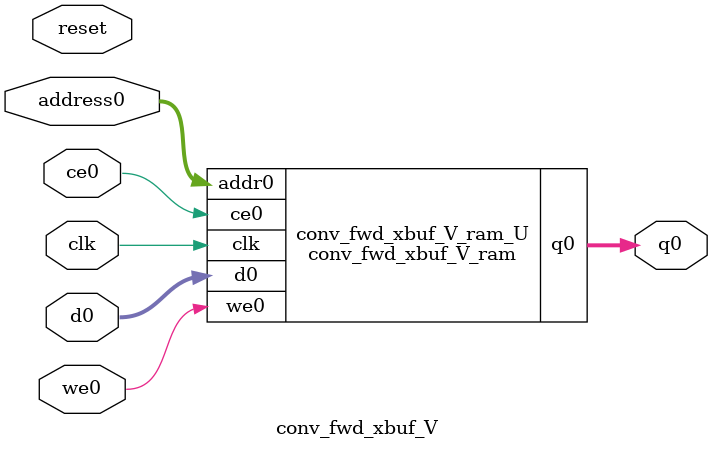
<source format=v>
`timescale 1 ns / 1 ps
module conv_fwd_xbuf_V_ram (addr0, ce0, d0, we0, q0,  clk);

parameter DWIDTH = 16;
parameter AWIDTH = 17;
parameter MEM_SIZE = 100000;

input[AWIDTH-1:0] addr0;
input ce0;
input[DWIDTH-1:0] d0;
input we0;
output reg[DWIDTH-1:0] q0;
input clk;

reg [DWIDTH-1:0] ram[0:MEM_SIZE-1];




always @(posedge clk)  
begin 
    if (ce0) begin
        if (we0) 
            ram[addr0] <= d0; 
        q0 <= ram[addr0];
    end
end


endmodule

`timescale 1 ns / 1 ps
module conv_fwd_xbuf_V(
    reset,
    clk,
    address0,
    ce0,
    we0,
    d0,
    q0);

parameter DataWidth = 32'd16;
parameter AddressRange = 32'd100000;
parameter AddressWidth = 32'd17;
input reset;
input clk;
input[AddressWidth - 1:0] address0;
input ce0;
input we0;
input[DataWidth - 1:0] d0;
output[DataWidth - 1:0] q0;



conv_fwd_xbuf_V_ram conv_fwd_xbuf_V_ram_U(
    .clk( clk ),
    .addr0( address0 ),
    .ce0( ce0 ),
    .we0( we0 ),
    .d0( d0 ),
    .q0( q0 ));

endmodule


</source>
